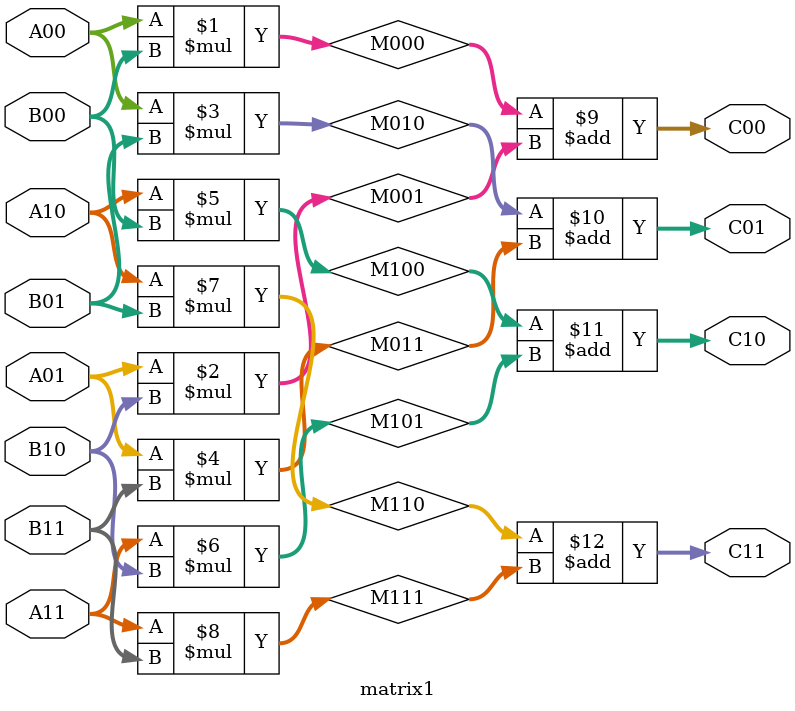
<source format=v>
module matrix1 (
    input  [3:0] A00, A01, A10, A11,  // 2×2 matrix A
    input  [3:0] B00, B01, B10, B11,  // 2×2 matrix B
    output [7:0] C00, C01, C10, C11   // 2×2 matrix C
);

    wire [7:0] M000, M001, M010, M011;
    wire [7:0] M100, M101, M110, M111;

    // Compute all products
    assign M000 = A00 * B00;
    assign M001 = A01 * B10;
    assign M010 = A00 * B01;
    assign M011 = A01 * B11;

    assign M100 = A10 * B00;
    assign M101 = A11 * B10;
    assign M110 = A10 * B01;
    assign M111 = A11 * B11;

    // Final outputs
    assign C00 = M000 + M001;
    assign C01 = M010 + M011;
    assign C10 = M100 + M101;
    assign C11 = M110 + M111;

endmodule


</source>
